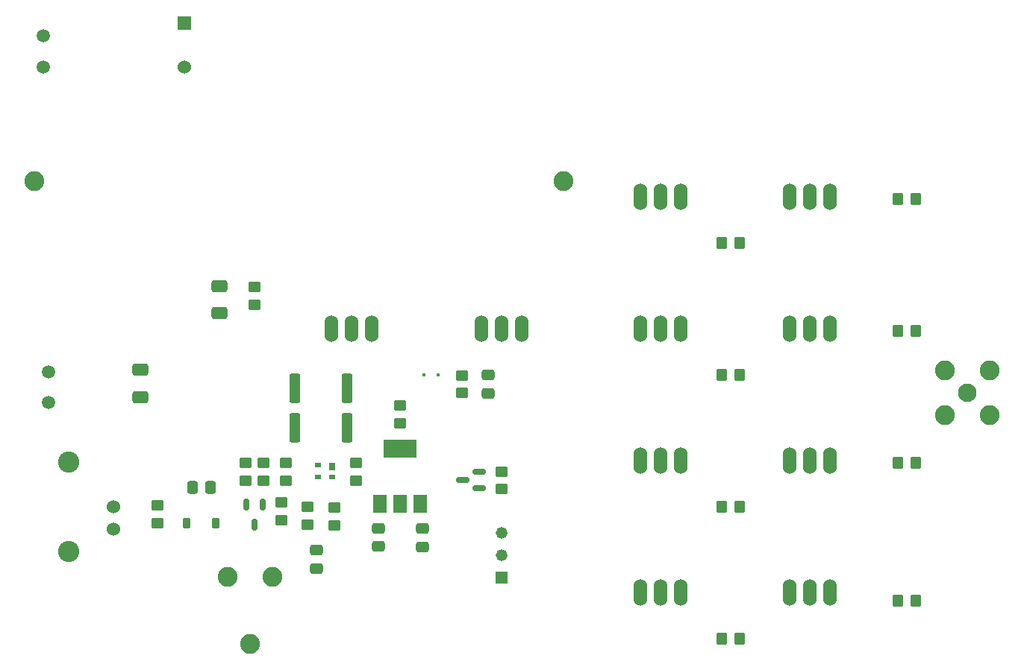
<source format=gbr>
%TF.GenerationSoftware,KiCad,Pcbnew,7.0.7*%
%TF.CreationDate,2024-05-31T20:05:00-04:00*%
%TF.ProjectId,HVHF_IIB,48564846-5f49-4494-922e-6b696361645f,rev?*%
%TF.SameCoordinates,Original*%
%TF.FileFunction,Copper,L1,Top*%
%TF.FilePolarity,Positive*%
%FSLAX46Y46*%
G04 Gerber Fmt 4.6, Leading zero omitted, Abs format (unit mm)*
G04 Created by KiCad (PCBNEW 7.0.7) date 2024-05-31 20:05:00*
%MOMM*%
%LPD*%
G01*
G04 APERTURE LIST*
G04 Aperture macros list*
%AMRoundRect*
0 Rectangle with rounded corners*
0 $1 Rounding radius*
0 $2 $3 $4 $5 $6 $7 $8 $9 X,Y pos of 4 corners*
0 Add a 4 corners polygon primitive as box body*
4,1,4,$2,$3,$4,$5,$6,$7,$8,$9,$2,$3,0*
0 Add four circle primitives for the rounded corners*
1,1,$1+$1,$2,$3*
1,1,$1+$1,$4,$5*
1,1,$1+$1,$6,$7*
1,1,$1+$1,$8,$9*
0 Add four rect primitives between the rounded corners*
20,1,$1+$1,$2,$3,$4,$5,0*
20,1,$1+$1,$4,$5,$6,$7,0*
20,1,$1+$1,$6,$7,$8,$9,0*
20,1,$1+$1,$8,$9,$2,$3,0*%
G04 Aperture macros list end*
%TA.AperFunction,SMDPad,CuDef*%
%ADD10RoundRect,0.250000X-0.475000X0.337500X-0.475000X-0.337500X0.475000X-0.337500X0.475000X0.337500X0*%
%TD*%
%TA.AperFunction,SMDPad,CuDef*%
%ADD11RoundRect,0.250000X-0.450000X0.350000X-0.450000X-0.350000X0.450000X-0.350000X0.450000X0.350000X0*%
%TD*%
%TA.AperFunction,ComponentPad*%
%ADD12O,1.524000X3.048000*%
%TD*%
%TA.AperFunction,ComponentPad*%
%ADD13C,1.498600*%
%TD*%
%TA.AperFunction,ComponentPad*%
%ADD14C,2.100000*%
%TD*%
%TA.AperFunction,ComponentPad*%
%ADD15C,2.250000*%
%TD*%
%TA.AperFunction,SMDPad,CuDef*%
%ADD16RoundRect,0.250000X0.350000X0.450000X-0.350000X0.450000X-0.350000X-0.450000X0.350000X-0.450000X0*%
%TD*%
%TA.AperFunction,SMDPad,CuDef*%
%ADD17RoundRect,0.225000X-0.225000X-0.375000X0.225000X-0.375000X0.225000X0.375000X-0.225000X0.375000X0*%
%TD*%
%TA.AperFunction,SMDPad,CuDef*%
%ADD18RoundRect,0.250000X-0.337500X-0.475000X0.337500X-0.475000X0.337500X0.475000X-0.337500X0.475000X0*%
%TD*%
%TA.AperFunction,SMDPad,CuDef*%
%ADD19R,0.304800X0.304800*%
%TD*%
%TA.AperFunction,SMDPad,CuDef*%
%ADD20RoundRect,0.150000X0.587500X0.150000X-0.587500X0.150000X-0.587500X-0.150000X0.587500X-0.150000X0*%
%TD*%
%TA.AperFunction,SMDPad,CuDef*%
%ADD21RoundRect,0.250000X-0.650000X0.412500X-0.650000X-0.412500X0.650000X-0.412500X0.650000X0.412500X0*%
%TD*%
%TA.AperFunction,SMDPad,CuDef*%
%ADD22RoundRect,0.250000X0.450000X-0.350000X0.450000X0.350000X-0.450000X0.350000X-0.450000X-0.350000X0*%
%TD*%
%TA.AperFunction,SMDPad,CuDef*%
%ADD23RoundRect,0.250000X-0.362500X-1.425000X0.362500X-1.425000X0.362500X1.425000X-0.362500X1.425000X0*%
%TD*%
%TA.AperFunction,SMDPad,CuDef*%
%ADD24RoundRect,0.150000X-0.150000X0.512500X-0.150000X-0.512500X0.150000X-0.512500X0.150000X0.512500X0*%
%TD*%
%TA.AperFunction,SMDPad,CuDef*%
%ADD25RoundRect,0.250000X-0.350000X-0.450000X0.350000X-0.450000X0.350000X0.450000X-0.350000X0.450000X0*%
%TD*%
%TA.AperFunction,ComponentPad*%
%ADD26R,1.524000X1.524000*%
%TD*%
%TA.AperFunction,ComponentPad*%
%ADD27C,1.524000*%
%TD*%
%TA.AperFunction,ComponentPad*%
%ADD28C,1.320800*%
%TD*%
%TA.AperFunction,ComponentPad*%
%ADD29R,1.320800X1.320800*%
%TD*%
%TA.AperFunction,SMDPad,CuDef*%
%ADD30RoundRect,0.250000X0.362500X1.425000X-0.362500X1.425000X-0.362500X-1.425000X0.362500X-1.425000X0*%
%TD*%
%TA.AperFunction,SMDPad,CuDef*%
%ADD31R,1.500000X2.000000*%
%TD*%
%TA.AperFunction,SMDPad,CuDef*%
%ADD32R,3.800000X2.000000*%
%TD*%
%TA.AperFunction,SMDPad,CuDef*%
%ADD33R,0.800000X0.600000*%
%TD*%
%TA.AperFunction,SMDPad,CuDef*%
%ADD34R,0.800000X0.900000*%
%TD*%
%TA.AperFunction,ComponentPad*%
%ADD35C,2.413000*%
%TD*%
G04 APERTURE END LIST*
D10*
%TO.P,C11,1*%
%TO.N,Net-(T1-E)*%
X157000000Y-126462500D03*
%TO.P,C11,2*%
%TO.N,GND*%
X157000000Y-128537500D03*
%TD*%
D11*
%TO.P,R15,1*%
%TO.N,+5V*%
X166000000Y-119970000D03*
%TO.P,R15,2*%
%TO.N,Net-(R15-Pad2)*%
X166000000Y-121970000D03*
%TD*%
D12*
%TO.P,T5,1,E*%
%TO.N,Net-(T4-C)*%
X186286000Y-88730000D03*
%TO.P,T5,2,C*%
%TO.N,+VDC*%
X184000000Y-88730000D03*
%TO.P,T5,3,B*%
%TO.N,Net-(T4-B)*%
X181714000Y-88730000D03*
%TD*%
D13*
%TO.P,J2,1,1*%
%TO.N,+5V*%
X114620600Y-108608400D03*
%TO.P,J2,2,2*%
%TO.N,GND*%
X114620600Y-112108401D03*
%TD*%
D14*
%TO.P,J4,1*%
%TO.N,output*%
X218840000Y-111000000D03*
D15*
%TO.P,J4,S1*%
%TO.N,GND*%
X216290000Y-113550000D03*
X221390000Y-113550000D03*
X216290000Y-108450000D03*
X221390000Y-108450000D03*
%TD*%
D12*
%TO.P,T2,1,E*%
%TO.N,Net-(T1-C)*%
X168286000Y-103730000D03*
%TO.P,T2,2,C*%
%TO.N,Net-(D1-K)*%
X166000000Y-103730000D03*
%TO.P,T2,3,B*%
%TO.N,Net-(T2-B)*%
X163714000Y-103730000D03*
%TD*%
%TO.P,T6,1,E*%
%TO.N,Net-(T10-C)*%
X186286000Y-103730000D03*
%TO.P,T6,2,C*%
%TO.N,Net-(T6-C)*%
X184000000Y-103730000D03*
%TO.P,T6,3,B*%
%TO.N,Net-(T10-B)*%
X181714000Y-103730000D03*
%TD*%
%TO.P,T7,1,E*%
%TO.N,Net-(T11-C)*%
X186286000Y-118730000D03*
%TO.P,T7,2,C*%
%TO.N,Net-(T6-C)*%
X184000000Y-118730000D03*
%TO.P,T7,3,B*%
%TO.N,Net-(T11-B)*%
X181714000Y-118730000D03*
%TD*%
D16*
%TO.P,R22,1*%
%TO.N,output*%
X213000000Y-134625000D03*
%TO.P,R22,2*%
%TO.N,Net-(T12-C)*%
X211000000Y-134625000D03*
%TD*%
D12*
%TO.P,T4,1,E*%
%TO.N,GND*%
X203286000Y-88730000D03*
%TO.P,T4,2,C*%
%TO.N,Net-(T4-C)*%
X201000000Y-88730000D03*
%TO.P,T4,3,B*%
%TO.N,Net-(T4-B)*%
X198714000Y-88730000D03*
%TD*%
D17*
%TO.P,D2,1,K*%
%TO.N,input*%
X130300000Y-125805000D03*
%TO.P,D2,2,A*%
%TO.N,Net-(D2-A)*%
X133600000Y-125805000D03*
%TD*%
D12*
%TO.P,T9,1,E*%
%TO.N,Net-(T12-C)*%
X186286000Y-133730000D03*
%TO.P,T9,2,C*%
%TO.N,Net-(T6-C)*%
X184000000Y-133730000D03*
%TO.P,T9,3,B*%
%TO.N,Net-(T12-B)*%
X181714000Y-133730000D03*
%TD*%
D18*
%TO.P,C2,1*%
%TO.N,input*%
X130950000Y-121805000D03*
%TO.P,C2,2*%
%TO.N,Net-(D2-A)*%
X133025000Y-121805000D03*
%TD*%
D11*
%TO.P,R31,1*%
%TO.N,Net-(T2-B)*%
X161500000Y-109037500D03*
%TO.P,R31,2*%
%TO.N,+5V*%
X161500000Y-111037500D03*
%TD*%
%TO.P,R1,1*%
%TO.N,+5V*%
X139000000Y-119000000D03*
%TO.P,R1,2*%
%TO.N,Net-(Q1-C)*%
X139000000Y-121000000D03*
%TD*%
D19*
%TO.P,D1,1,K*%
%TO.N,Net-(D1-K)*%
X158800100Y-109000000D03*
%TO.P,D1,2,A*%
%TO.N,/FB1*%
X157199900Y-109000000D03*
%TD*%
D10*
%TO.P,C1,1*%
%TO.N,Net-(C1-Pad1)*%
X145000000Y-128925000D03*
%TO.P,C1,2*%
%TO.N,GND*%
X145000000Y-131000000D03*
%TD*%
D11*
%TO.P,R14,1*%
%TO.N,+VDC*%
X138000000Y-99000000D03*
%TO.P,R14,2*%
%TO.N,Net-(T3-C)*%
X138000000Y-101000000D03*
%TD*%
D12*
%TO.P,T12,1,E*%
%TO.N,GND*%
X203286000Y-133730000D03*
%TO.P,T12,2,C*%
%TO.N,Net-(T12-C)*%
X201000000Y-133730000D03*
%TO.P,T12,3,B*%
%TO.N,Net-(T12-B)*%
X198714000Y-133730000D03*
%TD*%
D20*
%TO.P,T8,1,B*%
%TO.N,Net-(T8-B)*%
X163437500Y-121870000D03*
%TO.P,T8,2,E*%
%TO.N,Net-(T1-E)*%
X163437500Y-119970000D03*
%TO.P,T8,3,C*%
%TO.N,GND*%
X161562500Y-120920000D03*
%TD*%
D16*
%TO.P,R18,1*%
%TO.N,Net-(R13-Pad1)*%
X193000000Y-124000000D03*
%TO.P,R18,2*%
%TO.N,Net-(T11-B)*%
X191000000Y-124000000D03*
%TD*%
D21*
%TO.P,C7,1*%
%TO.N,+VDC*%
X134000000Y-98875000D03*
%TO.P,C7,2*%
%TO.N,GND*%
X134000000Y-102000000D03*
%TD*%
D22*
%TO.P,R13,1*%
%TO.N,Net-(R13-Pad1)*%
X154500000Y-114500000D03*
%TO.P,R13,2*%
%TO.N,/FB1*%
X154500000Y-112500000D03*
%TD*%
D15*
%TO.P,C4,1*%
%TO.N,Net-(Q2-E)*%
X140040000Y-131960000D03*
X134960000Y-131960000D03*
%TO.P,C4,2*%
%TO.N,GND*%
X137500000Y-139580000D03*
%TD*%
D11*
%TO.P,R8,1*%
%TO.N,Net-(Q2-E)*%
X147000000Y-124080000D03*
%TO.P,R8,2*%
%TO.N,Net-(C1-Pad1)*%
X147000000Y-126080000D03*
%TD*%
D23*
%TO.P,R10,1*%
%TO.N,/FB1*%
X142575000Y-110500000D03*
%TO.P,R10,2*%
%TO.N,Net-(R10-Pad2)*%
X148500000Y-110500000D03*
%TD*%
D12*
%TO.P,T11,1,E*%
%TO.N,GND*%
X203286000Y-118730000D03*
%TO.P,T11,2,C*%
%TO.N,Net-(T11-C)*%
X201000000Y-118730000D03*
%TO.P,T11,3,B*%
%TO.N,Net-(T11-B)*%
X198714000Y-118730000D03*
%TD*%
D16*
%TO.P,R12,1*%
%TO.N,output*%
X213000000Y-89000000D03*
%TO.P,R12,2*%
%TO.N,Net-(T4-C)*%
X211000000Y-89000000D03*
%TD*%
D24*
%TO.P,Q1,1,C*%
%TO.N,Net-(Q1-C)*%
X138950000Y-123725000D03*
%TO.P,Q1,2,B*%
%TO.N,Net-(D2-A)*%
X137050000Y-123725000D03*
%TO.P,Q1,3,E*%
%TO.N,GND*%
X138000000Y-126000000D03*
%TD*%
D22*
%TO.P,R5,1*%
%TO.N,Net-(Q1-C)*%
X141000000Y-125500000D03*
%TO.P,R5,2*%
%TO.N,Net-(Q2-B)*%
X141000000Y-123500000D03*
%TD*%
D15*
%TO.P,R11,1*%
%TO.N,+VDC*%
X113000000Y-87000000D03*
%TO.P,R11,2*%
%TO.N,/FB1*%
X173000000Y-87000000D03*
%TD*%
D25*
%TO.P,R19,1*%
%TO.N,Net-(R13-Pad1)*%
X191000000Y-139000000D03*
%TO.P,R19,2*%
%TO.N,Net-(T12-B)*%
X193000000Y-139000000D03*
%TD*%
%TO.P,R17,1*%
%TO.N,Net-(R13-Pad1)*%
X191000000Y-109000000D03*
%TO.P,R17,2*%
%TO.N,Net-(T10-B)*%
X193000000Y-109000000D03*
%TD*%
D22*
%TO.P,R30,1*%
%TO.N,Net-(T1-B)*%
X149500000Y-121000000D03*
%TO.P,R30,2*%
%TO.N,/FB2*%
X149500000Y-119000000D03*
%TD*%
D16*
%TO.P,R21,1*%
%TO.N,output*%
X213000000Y-119000000D03*
%TO.P,R21,2*%
%TO.N,Net-(T11-C)*%
X211000000Y-119000000D03*
%TD*%
D25*
%TO.P,R3,1*%
%TO.N,Net-(R13-Pad1)*%
X191000000Y-94000000D03*
%TO.P,R3,2*%
%TO.N,Net-(T4-B)*%
X193000000Y-94000000D03*
%TD*%
D10*
%TO.P,C3,1*%
%TO.N,Net-(T1-E)*%
X152000000Y-126425000D03*
%TO.P,C3,2*%
%TO.N,GND*%
X152000000Y-128500000D03*
%TD*%
D11*
%TO.P,R2,1*%
%TO.N,+5V*%
X137000000Y-119000000D03*
%TO.P,R2,2*%
%TO.N,Net-(D2-A)*%
X137000000Y-121000000D03*
%TD*%
%TO.P,R4,1*%
%TO.N,input*%
X126950000Y-123805000D03*
%TO.P,R4,2*%
%TO.N,GND*%
X126950000Y-125805000D03*
%TD*%
D10*
%TO.P,C10,1*%
%TO.N,Net-(T2-B)*%
X164500000Y-109000000D03*
%TO.P,C10,2*%
%TO.N,GND*%
X164500000Y-111075000D03*
%TD*%
D26*
%TO.P,C6,1*%
%TO.N,+VDC*%
X130000000Y-69000000D03*
D27*
%TO.P,C6,2*%
%TO.N,GND*%
X130000000Y-74003800D03*
%TD*%
D28*
%TO.P,R16,1,1*%
%TO.N,Net-(R15-Pad2)*%
X166000000Y-126920000D03*
%TO.P,R16,2,2*%
%TO.N,Net-(T8-B)*%
X166000000Y-129460000D03*
D29*
%TO.P,R16,3,3*%
%TO.N,GND*%
X166000000Y-132000000D03*
%TD*%
D30*
%TO.P,R9,1*%
%TO.N,Net-(R10-Pad2)*%
X148462500Y-115000000D03*
%TO.P,R9,2*%
%TO.N,/FB2*%
X142537500Y-115000000D03*
%TD*%
D21*
%TO.P,C5,1*%
%TO.N,+5V*%
X125000000Y-108437500D03*
%TO.P,C5,2*%
%TO.N,GND*%
X125000000Y-111562500D03*
%TD*%
D12*
%TO.P,T10,1,E*%
%TO.N,GND*%
X203286000Y-103730000D03*
%TO.P,T10,2,C*%
%TO.N,Net-(T10-C)*%
X201000000Y-103730000D03*
%TO.P,T10,3,B*%
%TO.N,Net-(T10-B)*%
X198714000Y-103730000D03*
%TD*%
D31*
%TO.P,T1,1,E*%
%TO.N,Net-(T1-E)*%
X152200000Y-123650000D03*
%TO.P,T1,2,B*%
%TO.N,Net-(T1-B)*%
X154500000Y-123650000D03*
%TO.P,T1,3,e*%
%TO.N,Net-(T1-E)*%
X156800000Y-123650000D03*
D32*
%TO.P,T1,4,C*%
%TO.N,Net-(T1-C)*%
X154500000Y-117350000D03*
%TD*%
D22*
%TO.P,R6,1*%
%TO.N,+5V*%
X141500000Y-121000000D03*
%TO.P,R6,2*%
%TO.N,/FB2*%
X141500000Y-119000000D03*
%TD*%
D33*
%TO.P,Q2,1,E*%
%TO.N,Net-(Q2-E)*%
X146800000Y-120575000D03*
D34*
%TO.P,Q2,2,C*%
%TO.N,/FB2*%
X146800000Y-119425000D03*
D33*
%TO.P,Q2,3,e*%
%TO.N,Net-(Q2-E)*%
X145200000Y-119275000D03*
%TO.P,Q2,4,B*%
%TO.N,Net-(Q2-B)*%
X145200000Y-120575000D03*
%TD*%
D13*
%TO.P,J1,1,1*%
%TO.N,+VDC*%
X114000000Y-70499999D03*
%TO.P,J1,2,2*%
%TO.N,GND*%
X114000000Y-74000000D03*
%TD*%
D27*
%TO.P,J3,1,1*%
%TO.N,input*%
X122000000Y-124000000D03*
%TO.P,J3,2,2*%
%TO.N,GND*%
X122000000Y-126540000D03*
D35*
%TO.P,J3,3*%
%TO.N,N/C*%
X116919891Y-129080000D03*
%TO.P,J3,4*%
X116919891Y-118920000D03*
%TD*%
D11*
%TO.P,R7,1*%
%TO.N,Net-(Q2-E)*%
X144000000Y-124000000D03*
%TO.P,R7,2*%
%TO.N,GND*%
X144000000Y-126000000D03*
%TD*%
D16*
%TO.P,R20,1*%
%TO.N,output*%
X213000000Y-104000000D03*
%TO.P,R20,2*%
%TO.N,Net-(T10-C)*%
X211000000Y-104000000D03*
%TD*%
D12*
%TO.P,T3,1,E*%
%TO.N,/FB1*%
X151286000Y-103730000D03*
%TO.P,T3,2,C*%
%TO.N,Net-(T3-C)*%
X149000000Y-103730000D03*
%TO.P,T3,3,B*%
%TO.N,/FB1*%
X146714000Y-103730000D03*
%TD*%
M02*

</source>
